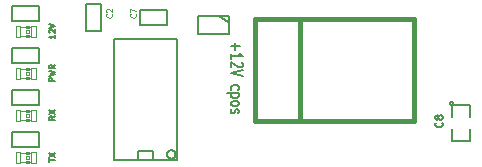
<source format=gto>
G04 (created by PCBNEW-RS274X (2012-apr-16-27)-stable) date Sun 05 Jan 2014 06:44:37 PM EST*
G01*
G70*
G90*
%MOIN*%
G04 Gerber Fmt 3.4, Leading zero omitted, Abs format*
%FSLAX34Y34*%
G04 APERTURE LIST*
%ADD10C,0.006000*%
%ADD11C,0.007500*%
%ADD12C,0.015000*%
%ADD13C,0.005000*%
%ADD14C,0.002600*%
%ADD15C,0.004000*%
%ADD16C,0.004500*%
G04 APERTURE END LIST*
G54D10*
G54D11*
X67990Y-25586D02*
X67990Y-25815D01*
X67838Y-25701D02*
X68143Y-25701D01*
X67838Y-26115D02*
X67838Y-25943D01*
X67838Y-26029D02*
X68238Y-26029D01*
X68181Y-26000D01*
X68143Y-25972D01*
X68124Y-25943D01*
X68200Y-26229D02*
X68219Y-26243D01*
X68238Y-26272D01*
X68238Y-26343D01*
X68219Y-26372D01*
X68200Y-26386D01*
X68162Y-26401D01*
X68124Y-26401D01*
X68067Y-26386D01*
X67838Y-26215D01*
X67838Y-26401D01*
X68238Y-26487D02*
X67838Y-26587D01*
X68238Y-26687D01*
X67857Y-27144D02*
X67838Y-27115D01*
X67838Y-27058D01*
X67857Y-27030D01*
X67876Y-27015D01*
X67914Y-27001D01*
X68029Y-27001D01*
X68067Y-27015D01*
X68086Y-27030D01*
X68105Y-27058D01*
X68105Y-27115D01*
X68086Y-27144D01*
X68105Y-27272D02*
X67705Y-27272D01*
X68086Y-27272D02*
X68105Y-27301D01*
X68105Y-27358D01*
X68086Y-27387D01*
X68067Y-27401D01*
X68029Y-27415D01*
X67914Y-27415D01*
X67876Y-27401D01*
X67857Y-27387D01*
X67838Y-27358D01*
X67838Y-27301D01*
X67857Y-27272D01*
X67838Y-27586D02*
X67857Y-27558D01*
X67876Y-27543D01*
X67914Y-27529D01*
X68029Y-27529D01*
X68067Y-27543D01*
X68086Y-27558D01*
X68105Y-27586D01*
X68105Y-27629D01*
X68086Y-27658D01*
X68067Y-27672D01*
X68029Y-27686D01*
X67914Y-27686D01*
X67876Y-27672D01*
X67857Y-27658D01*
X67838Y-27629D01*
X67838Y-27586D01*
X67857Y-27800D02*
X67838Y-27829D01*
X67838Y-27886D01*
X67857Y-27914D01*
X67895Y-27929D01*
X67914Y-27929D01*
X67952Y-27914D01*
X67971Y-27886D01*
X67971Y-27843D01*
X67990Y-27814D01*
X68029Y-27800D01*
X68048Y-27800D01*
X68086Y-27814D01*
X68105Y-27843D01*
X68105Y-27886D01*
X68086Y-27914D01*
G54D12*
X68950Y-24800D02*
X68650Y-24800D01*
X68650Y-24800D02*
X68650Y-28200D01*
X68650Y-28200D02*
X68950Y-28200D01*
X70150Y-24800D02*
X70150Y-28200D01*
X73950Y-24800D02*
X73950Y-28200D01*
X68950Y-28200D02*
X73950Y-28200D01*
X68950Y-24800D02*
X73950Y-24800D01*
G54D13*
X65991Y-29300D02*
X65988Y-29327D01*
X65980Y-29353D01*
X65967Y-29378D01*
X65950Y-29399D01*
X65928Y-29416D01*
X65904Y-29429D01*
X65878Y-29438D01*
X65850Y-29440D01*
X65824Y-29438D01*
X65798Y-29430D01*
X65773Y-29417D01*
X65752Y-29400D01*
X65734Y-29379D01*
X65721Y-29355D01*
X65713Y-29329D01*
X65710Y-29301D01*
X65712Y-29275D01*
X65719Y-29249D01*
X65732Y-29224D01*
X65749Y-29203D01*
X65770Y-29185D01*
X65794Y-29171D01*
X65820Y-29163D01*
X65848Y-29160D01*
X65874Y-29162D01*
X65900Y-29169D01*
X65925Y-29181D01*
X65947Y-29198D01*
X65965Y-29219D01*
X65978Y-29243D01*
X65987Y-29269D01*
X65990Y-29297D01*
X65991Y-29300D01*
X64750Y-29500D02*
X64750Y-29200D01*
X64750Y-29200D02*
X65250Y-29200D01*
X65250Y-29200D02*
X65250Y-29500D01*
X66050Y-25450D02*
X66050Y-29500D01*
X63950Y-29500D02*
X63950Y-25450D01*
X63950Y-29500D02*
X66050Y-29500D01*
X63950Y-25450D02*
X66050Y-25450D01*
X67450Y-24700D02*
X67750Y-24900D01*
X66750Y-24700D02*
X67775Y-24700D01*
X67775Y-24700D02*
X67775Y-25300D01*
X67775Y-25300D02*
X66750Y-25300D01*
X66750Y-25300D02*
X66750Y-24700D01*
X75250Y-27600D02*
X75249Y-27609D01*
X75246Y-27619D01*
X75241Y-27627D01*
X75235Y-27635D01*
X75227Y-27641D01*
X75219Y-27646D01*
X75210Y-27648D01*
X75200Y-27649D01*
X75191Y-27649D01*
X75182Y-27646D01*
X75173Y-27641D01*
X75166Y-27635D01*
X75159Y-27628D01*
X75155Y-27619D01*
X75152Y-27610D01*
X75151Y-27600D01*
X75151Y-27591D01*
X75154Y-27582D01*
X75158Y-27573D01*
X75165Y-27566D01*
X75172Y-27559D01*
X75180Y-27555D01*
X75190Y-27552D01*
X75199Y-27551D01*
X75208Y-27551D01*
X75218Y-27554D01*
X75226Y-27558D01*
X75234Y-27564D01*
X75240Y-27572D01*
X75245Y-27580D01*
X75248Y-27589D01*
X75249Y-27599D01*
X75250Y-27600D01*
X75200Y-28050D02*
X75200Y-27650D01*
X75200Y-27650D02*
X75800Y-27650D01*
X75800Y-27650D02*
X75800Y-28050D01*
X75800Y-28450D02*
X75800Y-28850D01*
X75800Y-28850D02*
X75200Y-28850D01*
X75200Y-28850D02*
X75200Y-28450D01*
X65700Y-25000D02*
X64800Y-25000D01*
X64800Y-25000D02*
X64800Y-24500D01*
X64800Y-24500D02*
X65700Y-24500D01*
X65700Y-24500D02*
X65700Y-25000D01*
X63500Y-24300D02*
X63500Y-25200D01*
X63500Y-25200D02*
X63000Y-25200D01*
X63000Y-25200D02*
X63000Y-24300D01*
X63000Y-24300D02*
X63500Y-24300D01*
X61450Y-24850D02*
X60550Y-24850D01*
X60550Y-24850D02*
X60550Y-24350D01*
X60550Y-24350D02*
X61450Y-24350D01*
X61450Y-24350D02*
X61450Y-24850D01*
X60550Y-25750D02*
X61450Y-25750D01*
X61450Y-25750D02*
X61450Y-26250D01*
X61450Y-26250D02*
X60550Y-26250D01*
X60550Y-26250D02*
X60550Y-25750D01*
X61450Y-27650D02*
X60550Y-27650D01*
X60550Y-27650D02*
X60550Y-27150D01*
X60550Y-27150D02*
X61450Y-27150D01*
X61450Y-27150D02*
X61450Y-27650D01*
X61450Y-29050D02*
X60550Y-29050D01*
X60550Y-29050D02*
X60550Y-28550D01*
X60550Y-28550D02*
X61450Y-28550D01*
X61450Y-28550D02*
X61450Y-29050D01*
G54D14*
X61177Y-27823D02*
X61177Y-28177D01*
X61177Y-28177D02*
X61334Y-28177D01*
X61334Y-27823D02*
X61334Y-28177D01*
X61177Y-27823D02*
X61334Y-27823D01*
X60666Y-27823D02*
X60666Y-28177D01*
X60666Y-28177D02*
X60823Y-28177D01*
X60823Y-27823D02*
X60823Y-28177D01*
X60666Y-27823D02*
X60823Y-27823D01*
X61000Y-27823D02*
X61000Y-27882D01*
X61000Y-27882D02*
X61118Y-27882D01*
X61118Y-27823D02*
X61118Y-27882D01*
X61000Y-27823D02*
X61118Y-27823D01*
X61000Y-28118D02*
X61000Y-28177D01*
X61000Y-28177D02*
X61118Y-28177D01*
X61118Y-28118D02*
X61118Y-28177D01*
X61000Y-28118D02*
X61118Y-28118D01*
X61000Y-27941D02*
X61000Y-28059D01*
X61000Y-28059D02*
X61118Y-28059D01*
X61118Y-27941D02*
X61118Y-28059D01*
X61000Y-27941D02*
X61118Y-27941D01*
G54D15*
X61177Y-27843D02*
X60823Y-27843D01*
X61177Y-28157D02*
X60823Y-28157D01*
G54D14*
X61177Y-29223D02*
X61177Y-29577D01*
X61177Y-29577D02*
X61334Y-29577D01*
X61334Y-29223D02*
X61334Y-29577D01*
X61177Y-29223D02*
X61334Y-29223D01*
X60666Y-29223D02*
X60666Y-29577D01*
X60666Y-29577D02*
X60823Y-29577D01*
X60823Y-29223D02*
X60823Y-29577D01*
X60666Y-29223D02*
X60823Y-29223D01*
X61000Y-29223D02*
X61000Y-29282D01*
X61000Y-29282D02*
X61118Y-29282D01*
X61118Y-29223D02*
X61118Y-29282D01*
X61000Y-29223D02*
X61118Y-29223D01*
X61000Y-29518D02*
X61000Y-29577D01*
X61000Y-29577D02*
X61118Y-29577D01*
X61118Y-29518D02*
X61118Y-29577D01*
X61000Y-29518D02*
X61118Y-29518D01*
X61000Y-29341D02*
X61000Y-29459D01*
X61000Y-29459D02*
X61118Y-29459D01*
X61118Y-29341D02*
X61118Y-29459D01*
X61000Y-29341D02*
X61118Y-29341D01*
G54D15*
X61177Y-29243D02*
X60823Y-29243D01*
X61177Y-29557D02*
X60823Y-29557D01*
G54D14*
X61177Y-25023D02*
X61177Y-25377D01*
X61177Y-25377D02*
X61334Y-25377D01*
X61334Y-25023D02*
X61334Y-25377D01*
X61177Y-25023D02*
X61334Y-25023D01*
X60666Y-25023D02*
X60666Y-25377D01*
X60666Y-25377D02*
X60823Y-25377D01*
X60823Y-25023D02*
X60823Y-25377D01*
X60666Y-25023D02*
X60823Y-25023D01*
X61000Y-25023D02*
X61000Y-25082D01*
X61000Y-25082D02*
X61118Y-25082D01*
X61118Y-25023D02*
X61118Y-25082D01*
X61000Y-25023D02*
X61118Y-25023D01*
X61000Y-25318D02*
X61000Y-25377D01*
X61000Y-25377D02*
X61118Y-25377D01*
X61118Y-25318D02*
X61118Y-25377D01*
X61000Y-25318D02*
X61118Y-25318D01*
X61000Y-25141D02*
X61000Y-25259D01*
X61000Y-25259D02*
X61118Y-25259D01*
X61118Y-25141D02*
X61118Y-25259D01*
X61000Y-25141D02*
X61118Y-25141D01*
G54D15*
X61177Y-25043D02*
X60823Y-25043D01*
X61177Y-25357D02*
X60823Y-25357D01*
G54D14*
X61177Y-26423D02*
X61177Y-26777D01*
X61177Y-26777D02*
X61334Y-26777D01*
X61334Y-26423D02*
X61334Y-26777D01*
X61177Y-26423D02*
X61334Y-26423D01*
X60666Y-26423D02*
X60666Y-26777D01*
X60666Y-26777D02*
X60823Y-26777D01*
X60823Y-26423D02*
X60823Y-26777D01*
X60666Y-26423D02*
X60823Y-26423D01*
X61000Y-26423D02*
X61000Y-26482D01*
X61000Y-26482D02*
X61118Y-26482D01*
X61118Y-26423D02*
X61118Y-26482D01*
X61000Y-26423D02*
X61118Y-26423D01*
X61000Y-26718D02*
X61000Y-26777D01*
X61000Y-26777D02*
X61118Y-26777D01*
X61118Y-26718D02*
X61118Y-26777D01*
X61000Y-26718D02*
X61118Y-26718D01*
X61000Y-26541D02*
X61000Y-26659D01*
X61000Y-26659D02*
X61118Y-26659D01*
X61118Y-26541D02*
X61118Y-26659D01*
X61000Y-26541D02*
X61118Y-26541D01*
G54D15*
X61177Y-26443D02*
X60823Y-26443D01*
X61177Y-26757D02*
X60823Y-26757D01*
G54D13*
X74877Y-28242D02*
X74889Y-28254D01*
X74901Y-28289D01*
X74901Y-28313D01*
X74889Y-28349D01*
X74865Y-28373D01*
X74842Y-28384D01*
X74794Y-28396D01*
X74758Y-28396D01*
X74711Y-28384D01*
X74687Y-28373D01*
X74663Y-28349D01*
X74651Y-28313D01*
X74651Y-28289D01*
X74663Y-28254D01*
X74675Y-28242D01*
X74758Y-28099D02*
X74746Y-28123D01*
X74735Y-28134D01*
X74711Y-28146D01*
X74699Y-28146D01*
X74675Y-28134D01*
X74663Y-28123D01*
X74651Y-28099D01*
X74651Y-28051D01*
X74663Y-28027D01*
X74675Y-28015D01*
X74699Y-28004D01*
X74711Y-28004D01*
X74735Y-28015D01*
X74746Y-28027D01*
X74758Y-28051D01*
X74758Y-28099D01*
X74770Y-28123D01*
X74782Y-28134D01*
X74806Y-28146D01*
X74854Y-28146D01*
X74877Y-28134D01*
X74889Y-28123D01*
X74901Y-28099D01*
X74901Y-28051D01*
X74889Y-28027D01*
X74877Y-28015D01*
X74854Y-28004D01*
X74806Y-28004D01*
X74782Y-28015D01*
X74770Y-28027D01*
X74758Y-28051D01*
G54D16*
X64662Y-24629D02*
X64671Y-24638D01*
X64681Y-24664D01*
X64681Y-24681D01*
X64671Y-24706D01*
X64652Y-24724D01*
X64633Y-24732D01*
X64595Y-24741D01*
X64567Y-24741D01*
X64529Y-24732D01*
X64510Y-24724D01*
X64490Y-24706D01*
X64481Y-24681D01*
X64481Y-24664D01*
X64490Y-24638D01*
X64500Y-24629D01*
X64481Y-24569D02*
X64481Y-24449D01*
X64681Y-24526D01*
X63862Y-24629D02*
X63871Y-24638D01*
X63881Y-24664D01*
X63881Y-24681D01*
X63871Y-24706D01*
X63852Y-24724D01*
X63833Y-24732D01*
X63795Y-24741D01*
X63767Y-24741D01*
X63729Y-24732D01*
X63710Y-24724D01*
X63690Y-24706D01*
X63681Y-24681D01*
X63681Y-24664D01*
X63690Y-24638D01*
X63700Y-24629D01*
X63700Y-24561D02*
X63690Y-24552D01*
X63681Y-24535D01*
X63681Y-24492D01*
X63690Y-24475D01*
X63700Y-24466D01*
X63719Y-24458D01*
X63738Y-24458D01*
X63767Y-24466D01*
X63881Y-24569D01*
X63881Y-24458D01*
G54D13*
X61981Y-28033D02*
X61886Y-28100D01*
X61981Y-28147D02*
X61781Y-28147D01*
X61781Y-28071D01*
X61790Y-28052D01*
X61800Y-28043D01*
X61819Y-28033D01*
X61848Y-28033D01*
X61867Y-28043D01*
X61876Y-28052D01*
X61886Y-28071D01*
X61886Y-28147D01*
X61781Y-27966D02*
X61981Y-27833D01*
X61781Y-27833D02*
X61981Y-27966D01*
X61781Y-29552D02*
X61781Y-29438D01*
X61981Y-29495D02*
X61781Y-29495D01*
X61781Y-29390D02*
X61981Y-29257D01*
X61781Y-29257D02*
X61981Y-29390D01*
X61981Y-25323D02*
X61981Y-25437D01*
X61981Y-25380D02*
X61781Y-25380D01*
X61810Y-25399D01*
X61829Y-25418D01*
X61838Y-25437D01*
X61800Y-25247D02*
X61790Y-25237D01*
X61781Y-25218D01*
X61781Y-25171D01*
X61790Y-25152D01*
X61800Y-25142D01*
X61819Y-25133D01*
X61838Y-25133D01*
X61867Y-25142D01*
X61981Y-25256D01*
X61981Y-25133D01*
X61781Y-25076D02*
X61981Y-25009D01*
X61781Y-24943D01*
X61981Y-26866D02*
X61781Y-26866D01*
X61781Y-26790D01*
X61790Y-26771D01*
X61800Y-26762D01*
X61819Y-26752D01*
X61848Y-26752D01*
X61867Y-26762D01*
X61876Y-26771D01*
X61886Y-26790D01*
X61886Y-26866D01*
X61781Y-26685D02*
X61981Y-26638D01*
X61838Y-26600D01*
X61981Y-26562D01*
X61781Y-26514D01*
X61981Y-26323D02*
X61886Y-26390D01*
X61981Y-26437D02*
X61781Y-26437D01*
X61781Y-26361D01*
X61790Y-26342D01*
X61800Y-26333D01*
X61819Y-26323D01*
X61848Y-26323D01*
X61867Y-26333D01*
X61876Y-26342D01*
X61886Y-26361D01*
X61886Y-26437D01*
M02*

</source>
